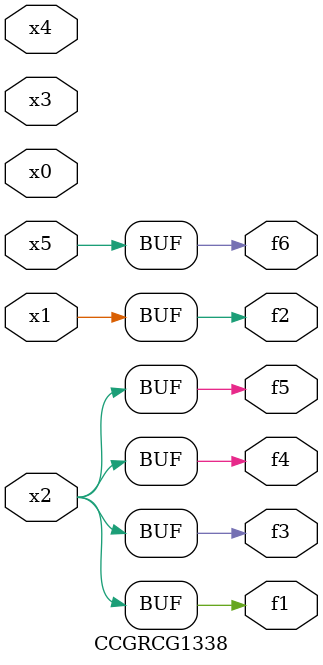
<source format=v>
module CCGRCG1338(
	input x0, x1, x2, x3, x4, x5,
	output f1, f2, f3, f4, f5, f6
);
	assign f1 = x2;
	assign f2 = x1;
	assign f3 = x2;
	assign f4 = x2;
	assign f5 = x2;
	assign f6 = x5;
endmodule

</source>
